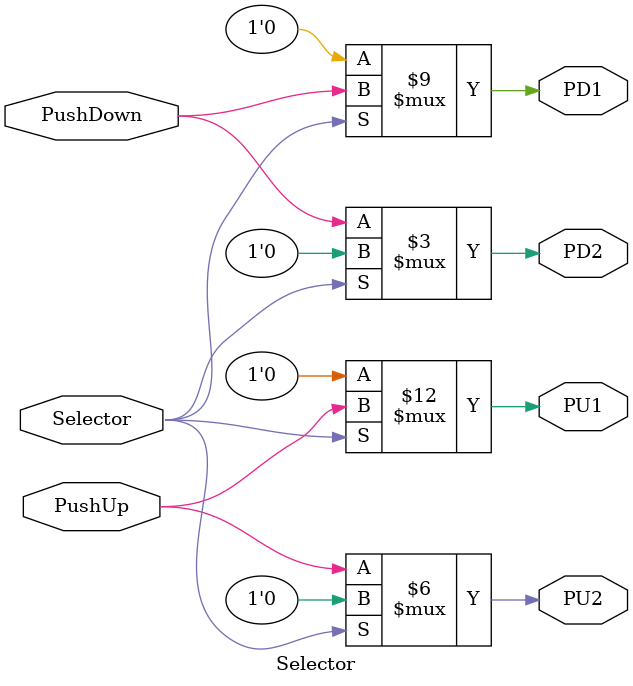
<source format=v>
`timescale 1ns / 1ps
module Selector(
	input wire Selector,
	input wire PushUp,
	input wire PushDown,
	output reg PU1,
	output reg PD1,
	output reg PU2,
	output reg PD2
    );
	 
always @*

	if (Selector) 
		begin
			PU1=PushUp;
			PD1=PushDown;
			PU2=1'b0;
			PD2=1'b0;
		end
	
	else	
		begin
			PU1=1'b0;
			PD1=1'b0;
			PU2=PushUp;
			PD2=PushDown;
		end

endmodule

</source>
